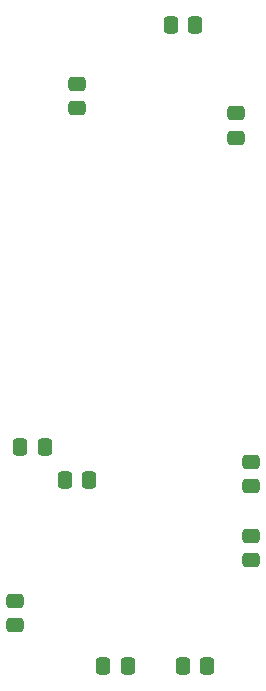
<source format=gbr>
%TF.GenerationSoftware,KiCad,Pcbnew,8.0.7*%
%TF.CreationDate,2025-04-02T17:47:29-05:00*%
%TF.ProjectId,FinalBoard,46696e61-6c42-46f6-9172-642e6b696361,rev?*%
%TF.SameCoordinates,Original*%
%TF.FileFunction,Paste,Bot*%
%TF.FilePolarity,Positive*%
%FSLAX46Y46*%
G04 Gerber Fmt 4.6, Leading zero omitted, Abs format (unit mm)*
G04 Created by KiCad (PCBNEW 8.0.7) date 2025-04-02 17:47:29*
%MOMM*%
%LPD*%
G01*
G04 APERTURE LIST*
G04 Aperture macros list*
%AMRoundRect*
0 Rectangle with rounded corners*
0 $1 Rounding radius*
0 $2 $3 $4 $5 $6 $7 $8 $9 X,Y pos of 4 corners*
0 Add a 4 corners polygon primitive as box body*
4,1,4,$2,$3,$4,$5,$6,$7,$8,$9,$2,$3,0*
0 Add four circle primitives for the rounded corners*
1,1,$1+$1,$2,$3*
1,1,$1+$1,$4,$5*
1,1,$1+$1,$6,$7*
1,1,$1+$1,$8,$9*
0 Add four rect primitives between the rounded corners*
20,1,$1+$1,$2,$3,$4,$5,0*
20,1,$1+$1,$4,$5,$6,$7,0*
20,1,$1+$1,$6,$7,$8,$9,0*
20,1,$1+$1,$8,$9,$2,$3,0*%
G04 Aperture macros list end*
%ADD10RoundRect,0.250000X0.337500X0.475000X-0.337500X0.475000X-0.337500X-0.475000X0.337500X-0.475000X0*%
%ADD11RoundRect,0.250000X-0.337500X-0.475000X0.337500X-0.475000X0.337500X0.475000X-0.337500X0.475000X0*%
%ADD12RoundRect,0.250000X-0.475000X0.337500X-0.475000X-0.337500X0.475000X-0.337500X0.475000X0.337500X0*%
%ADD13RoundRect,0.250000X0.475000X-0.337500X0.475000X0.337500X-0.475000X0.337500X-0.475000X-0.337500X0*%
G04 APERTURE END LIST*
D10*
%TO.C,C16*%
X152037500Y-114500000D03*
X149962500Y-114500000D03*
%TD*%
%TO.C,C15*%
X145287500Y-114500000D03*
X143212500Y-114500000D03*
%TD*%
D11*
%TO.C,C14*%
X139962500Y-98750000D03*
X142037500Y-98750000D03*
%TD*%
%TO.C,C13*%
X136212500Y-96000000D03*
X138287500Y-96000000D03*
%TD*%
D12*
%TO.C,C12*%
X155750000Y-97212500D03*
X155750000Y-99287500D03*
%TD*%
%TO.C,C9*%
X155750000Y-103462500D03*
X155750000Y-105537500D03*
%TD*%
D13*
%TO.C,C8*%
X135750000Y-111037500D03*
X135750000Y-108962500D03*
%TD*%
D10*
%TO.C,C6*%
X151037500Y-60250000D03*
X148962500Y-60250000D03*
%TD*%
D12*
%TO.C,C4*%
X154500000Y-67712500D03*
X154500000Y-69787500D03*
%TD*%
%TO.C,C3*%
X141000000Y-65212500D03*
X141000000Y-67287500D03*
%TD*%
M02*

</source>
